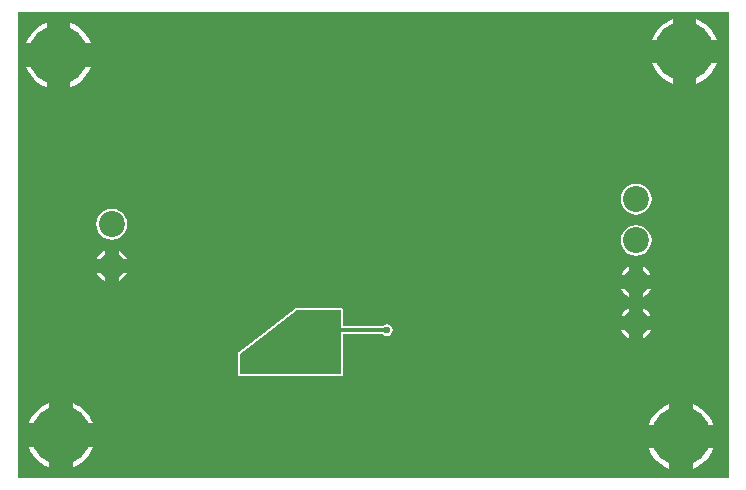
<source format=gbl>
G04*
G04 #@! TF.GenerationSoftware,Altium Limited,Altium Designer,19.1.6 (110)*
G04*
G04 Layer_Physical_Order=2*
G04 Layer_Color=16711680*
%FSLAX43Y43*%
%MOMM*%
G71*
G01*
G75*
%ADD51C,0.300*%
%ADD52C,5.000*%
%ADD53C,2.200*%
%ADD54C,0.600*%
G36*
X110445Y50255D02*
X50255D01*
Y89745D01*
X110445D01*
Y50255D01*
D02*
G37*
%LPC*%
G36*
X107700Y89125D02*
Y87400D01*
X109425D01*
X109292Y87721D01*
X109053Y88110D01*
X108757Y88457D01*
X108410Y88753D01*
X108021Y88992D01*
X107700Y89125D01*
D02*
G37*
G36*
X105700D02*
X105379Y88992D01*
X104990Y88753D01*
X104643Y88457D01*
X104347Y88110D01*
X104108Y87721D01*
X103975Y87400D01*
X105700D01*
Y89125D01*
D02*
G37*
G36*
X54700Y88825D02*
Y87100D01*
X56425D01*
X56292Y87421D01*
X56053Y87810D01*
X55757Y88157D01*
X55410Y88453D01*
X55021Y88692D01*
X54700Y88825D01*
D02*
G37*
G36*
X52700D02*
X52379Y88692D01*
X51990Y88453D01*
X51643Y88157D01*
X51347Y87810D01*
X51108Y87421D01*
X50975Y87100D01*
X52700D01*
Y88825D01*
D02*
G37*
G36*
X109425Y85400D02*
X107700D01*
Y83675D01*
X108021Y83808D01*
X108410Y84047D01*
X108757Y84343D01*
X109053Y84690D01*
X109292Y85079D01*
X109425Y85400D01*
D02*
G37*
G36*
X105700D02*
X103975D01*
X104108Y85079D01*
X104347Y84690D01*
X104643Y84343D01*
X104990Y84047D01*
X105379Y83808D01*
X105700Y83675D01*
Y85400D01*
D02*
G37*
G36*
X56425Y85100D02*
X54700D01*
Y83375D01*
X55021Y83508D01*
X55410Y83747D01*
X55757Y84043D01*
X56053Y84390D01*
X56292Y84779D01*
X56425Y85100D01*
D02*
G37*
G36*
X52700D02*
X50975D01*
X51108Y84779D01*
X51347Y84390D01*
X51643Y84043D01*
X51990Y83747D01*
X52379Y83508D01*
X52700Y83375D01*
Y85100D01*
D02*
G37*
G36*
X102600Y75211D02*
X102261Y75167D01*
X101944Y75036D01*
X101673Y74827D01*
X101464Y74556D01*
X101333Y74239D01*
X101289Y73900D01*
X101333Y73561D01*
X101464Y73244D01*
X101673Y72973D01*
X101944Y72764D01*
X102261Y72633D01*
X102600Y72589D01*
X102939Y72633D01*
X103256Y72764D01*
X103527Y72973D01*
X103736Y73244D01*
X103867Y73561D01*
X103911Y73900D01*
X103867Y74239D01*
X103736Y74556D01*
X103527Y74827D01*
X103256Y75036D01*
X102939Y75167D01*
X102600Y75211D01*
D02*
G37*
G36*
X58202Y73064D02*
X57863Y73019D01*
X57546Y72888D01*
X57275Y72680D01*
X57066Y72408D01*
X56935Y72092D01*
X56891Y71753D01*
X56935Y71413D01*
X57066Y71097D01*
X57275Y70825D01*
X57546Y70617D01*
X57863Y70486D01*
X58202Y70441D01*
X58541Y70486D01*
X58858Y70617D01*
X59129Y70825D01*
X59338Y71097D01*
X59469Y71413D01*
X59513Y71753D01*
X59469Y72092D01*
X59338Y72408D01*
X59129Y72680D01*
X58858Y72888D01*
X58541Y73019D01*
X58202Y73064D01*
D02*
G37*
G36*
X102600Y71706D02*
X102261Y71661D01*
X101944Y71530D01*
X101673Y71322D01*
X101464Y71050D01*
X101333Y70734D01*
X101289Y70395D01*
X101333Y70055D01*
X101464Y69739D01*
X101673Y69468D01*
X101944Y69259D01*
X102261Y69128D01*
X102600Y69084D01*
X102939Y69128D01*
X103256Y69259D01*
X103527Y69468D01*
X103736Y69739D01*
X103867Y70055D01*
X103911Y70395D01*
X103867Y70734D01*
X103736Y71050D01*
X103527Y71322D01*
X103256Y71530D01*
X102939Y71661D01*
X102600Y71706D01*
D02*
G37*
G36*
X58802Y69514D02*
Y68847D01*
X59469D01*
X59425Y68953D01*
X59200Y69246D01*
X58908Y69470D01*
X58802Y69514D01*
D02*
G37*
G36*
X57602Y69514D02*
X57496Y69470D01*
X57204Y69246D01*
X56979Y68953D01*
X56935Y68847D01*
X57602D01*
Y69514D01*
D02*
G37*
G36*
X103200Y68156D02*
Y67490D01*
X103867D01*
X103823Y67596D01*
X103598Y67888D01*
X103306Y68113D01*
X103200Y68156D01*
D02*
G37*
G36*
X102000Y68156D02*
X101894Y68113D01*
X101602Y67888D01*
X101377Y67596D01*
X101333Y67490D01*
X102000D01*
Y68156D01*
D02*
G37*
G36*
X57602Y67647D02*
X56935D01*
X56979Y67541D01*
X57204Y67249D01*
X57496Y67024D01*
X57602Y66981D01*
Y67647D01*
D02*
G37*
G36*
X59469D02*
X58802D01*
Y66981D01*
X58908Y67024D01*
X59200Y67249D01*
X59425Y67541D01*
X59469Y67647D01*
D02*
G37*
G36*
X102000Y66290D02*
X101333D01*
X101377Y66184D01*
X101602Y65891D01*
X101894Y65667D01*
X102000Y65623D01*
Y66290D01*
D02*
G37*
G36*
X103867D02*
X103200D01*
Y65623D01*
X103306Y65667D01*
X103598Y65891D01*
X103823Y66184D01*
X103867Y66290D01*
D02*
G37*
G36*
X103200Y64651D02*
Y63984D01*
X103867D01*
X103823Y64090D01*
X103598Y64383D01*
X103306Y64607D01*
X103200Y64651D01*
D02*
G37*
G36*
X102000D02*
X101894Y64607D01*
X101602Y64383D01*
X101377Y64090D01*
X101333Y63984D01*
X102000D01*
Y64651D01*
D02*
G37*
G36*
X73912Y64704D02*
X73886Y64699D01*
X73859Y64697D01*
X73847Y64691D01*
X73834Y64688D01*
X73812Y64673D01*
X73788Y64661D01*
X71076Y62562D01*
X68976Y60962D01*
X68967Y60952D01*
X68956Y60944D01*
X68941Y60922D01*
X68924Y60903D01*
X68919Y60890D01*
X68912Y60878D01*
X68906Y60852D01*
X68898Y60827D01*
X68899Y60814D01*
X68896Y60800D01*
X68896Y59400D01*
Y59200D01*
Y59100D01*
X68912Y59022D01*
X68956Y58956D01*
X69022Y58912D01*
X69100Y58896D01*
X77600D01*
X77678Y58912D01*
X77744Y58956D01*
X77788Y59022D01*
X77804Y59100D01*
X77804Y62443D01*
X81137D01*
X81140Y62440D01*
X81305Y62329D01*
X81500Y62290D01*
X81695Y62329D01*
X81860Y62440D01*
X81971Y62605D01*
X82010Y62800D01*
X81971Y62995D01*
X81860Y63160D01*
X81695Y63271D01*
X81500Y63310D01*
X81305Y63271D01*
X81140Y63160D01*
X81137Y63157D01*
X77804D01*
X77804Y64500D01*
X77788Y64578D01*
X77744Y64644D01*
X77678Y64688D01*
X77600Y64704D01*
X73912Y64704D01*
D02*
G37*
G36*
X103867Y62784D02*
X103200D01*
Y62118D01*
X103306Y62161D01*
X103598Y62386D01*
X103823Y62678D01*
X103867Y62784D01*
D02*
G37*
G36*
X102000D02*
X101333D01*
X101377Y62678D01*
X101602Y62386D01*
X101894Y62161D01*
X102000Y62118D01*
Y62784D01*
D02*
G37*
G36*
X54900Y56625D02*
Y54900D01*
X56625D01*
X56492Y55221D01*
X56253Y55610D01*
X55957Y55957D01*
X55610Y56253D01*
X55221Y56492D01*
X54900Y56625D01*
D02*
G37*
G36*
X52900D02*
X52579Y56492D01*
X52190Y56253D01*
X51843Y55957D01*
X51547Y55610D01*
X51308Y55221D01*
X51175Y54900D01*
X52900D01*
Y56625D01*
D02*
G37*
G36*
X107400Y56525D02*
Y54800D01*
X109125D01*
X108992Y55121D01*
X108753Y55510D01*
X108457Y55857D01*
X108110Y56153D01*
X107721Y56392D01*
X107400Y56525D01*
D02*
G37*
G36*
X105400D02*
X105079Y56392D01*
X104690Y56153D01*
X104343Y55857D01*
X104047Y55510D01*
X103808Y55121D01*
X103675Y54800D01*
X105400D01*
Y56525D01*
D02*
G37*
G36*
X56625Y52900D02*
X54900D01*
Y51175D01*
X55221Y51308D01*
X55610Y51547D01*
X55957Y51843D01*
X56253Y52190D01*
X56492Y52579D01*
X56625Y52900D01*
D02*
G37*
G36*
X52900D02*
X51175D01*
X51308Y52579D01*
X51547Y52190D01*
X51843Y51843D01*
X52190Y51547D01*
X52579Y51308D01*
X52900Y51175D01*
Y52900D01*
D02*
G37*
G36*
X109125Y52800D02*
X107400D01*
Y51075D01*
X107721Y51208D01*
X108110Y51447D01*
X108457Y51743D01*
X108753Y52090D01*
X108992Y52479D01*
X109125Y52800D01*
D02*
G37*
G36*
X105400D02*
X103675D01*
X103808Y52479D01*
X104047Y52090D01*
X104343Y51743D01*
X104690Y51447D01*
X105079Y51208D01*
X105400Y51075D01*
Y52800D01*
D02*
G37*
%LPD*%
G36*
X77600Y64500D02*
X77600Y59100D01*
X69100D01*
Y59200D01*
Y59400D01*
X69100Y60800D01*
X71200Y62400D01*
X73912Y64500D01*
X77600Y64500D01*
D02*
G37*
D51*
X76100Y63361D02*
Y63400D01*
Y63361D02*
X76161Y63300D01*
X76661Y62800D02*
X81500D01*
D52*
X53700Y86100D02*
D03*
X53900Y53900D02*
D03*
X106400Y53800D02*
D03*
X106700Y86400D02*
D03*
D53*
X102600Y63384D02*
D03*
Y66890D02*
D03*
Y73900D02*
D03*
Y70395D02*
D03*
X58202Y71753D02*
D03*
Y68247D02*
D03*
D54*
X109500Y84000D02*
D03*
X108000Y81000D02*
D03*
X109500Y78000D02*
D03*
X108000Y75000D02*
D03*
X109500Y72000D02*
D03*
X108000Y69000D02*
D03*
X109500Y66000D02*
D03*
X108000Y63000D02*
D03*
X109500Y60000D02*
D03*
X108000Y57000D02*
D03*
X109500Y54000D02*
D03*
X108000Y51000D02*
D03*
X105000Y81000D02*
D03*
X106500Y78000D02*
D03*
X105000Y75000D02*
D03*
X106500Y72000D02*
D03*
X105000Y69000D02*
D03*
X106500Y66000D02*
D03*
X105000Y63000D02*
D03*
X106500Y60000D02*
D03*
X105000Y57000D02*
D03*
X102000Y87000D02*
D03*
X103500Y84000D02*
D03*
Y60000D02*
D03*
X102000Y57000D02*
D03*
Y51000D02*
D03*
X99000Y87000D02*
D03*
X100500Y84000D02*
D03*
X99000Y81000D02*
D03*
Y69000D02*
D03*
X100500Y66000D02*
D03*
X99000Y63000D02*
D03*
X100500Y60000D02*
D03*
X99000Y57000D02*
D03*
X100500Y54000D02*
D03*
X99000Y51000D02*
D03*
X96000Y87000D02*
D03*
X97500Y84000D02*
D03*
X96000Y81000D02*
D03*
Y69000D02*
D03*
X97500Y66000D02*
D03*
X96000Y63000D02*
D03*
X97500Y60000D02*
D03*
X96000Y57000D02*
D03*
X97500Y54000D02*
D03*
X96000Y51000D02*
D03*
X93000Y87000D02*
D03*
X94500Y84000D02*
D03*
X93000Y81000D02*
D03*
X94500Y60000D02*
D03*
X93000Y57000D02*
D03*
X94500Y54000D02*
D03*
X93000Y51000D02*
D03*
X91500Y84000D02*
D03*
X90000Y81000D02*
D03*
X91500Y78000D02*
D03*
X90000Y69000D02*
D03*
X91500Y66000D02*
D03*
X90000Y63000D02*
D03*
X91500Y60000D02*
D03*
X90000Y57000D02*
D03*
X91500Y54000D02*
D03*
X90000Y51000D02*
D03*
X87000Y87000D02*
D03*
X88500Y84000D02*
D03*
X87000Y81000D02*
D03*
Y63000D02*
D03*
X88500Y60000D02*
D03*
X87000Y57000D02*
D03*
X88500Y54000D02*
D03*
X87000Y51000D02*
D03*
X84000Y87000D02*
D03*
X85500Y84000D02*
D03*
X84000Y81000D02*
D03*
X85500Y78000D02*
D03*
X84000Y75000D02*
D03*
X85500Y72000D02*
D03*
X84000Y63000D02*
D03*
X85500Y60000D02*
D03*
X84000Y57000D02*
D03*
X85500Y54000D02*
D03*
X84000Y51000D02*
D03*
X81000Y87000D02*
D03*
X82500Y84000D02*
D03*
X81000Y81000D02*
D03*
X82500Y78000D02*
D03*
X81000Y75000D02*
D03*
X82500Y72000D02*
D03*
Y60000D02*
D03*
Y54000D02*
D03*
X79500Y84000D02*
D03*
Y78000D02*
D03*
X78000Y75000D02*
D03*
X79500Y72000D02*
D03*
Y54000D02*
D03*
X78000Y51000D02*
D03*
X76500Y78000D02*
D03*
X75000Y75000D02*
D03*
X76500Y54000D02*
D03*
X75000Y51000D02*
D03*
X72000Y87000D02*
D03*
X73500Y84000D02*
D03*
X72000Y81000D02*
D03*
X73500Y78000D02*
D03*
X72000Y75000D02*
D03*
X73500Y72000D02*
D03*
X72000Y69000D02*
D03*
X73500Y66000D02*
D03*
Y54000D02*
D03*
X69000Y87000D02*
D03*
X70500Y84000D02*
D03*
X69000Y81000D02*
D03*
X70500Y78000D02*
D03*
X69000Y75000D02*
D03*
X70500Y72000D02*
D03*
X69000Y69000D02*
D03*
X70500Y66000D02*
D03*
X69000Y57000D02*
D03*
X70500Y54000D02*
D03*
X69000Y51000D02*
D03*
X66000Y87000D02*
D03*
X67500Y84000D02*
D03*
X66000Y81000D02*
D03*
X67500Y78000D02*
D03*
X66000Y75000D02*
D03*
X67500Y72000D02*
D03*
X66000Y57000D02*
D03*
X67500Y54000D02*
D03*
X66000Y51000D02*
D03*
X63000Y87000D02*
D03*
X64500Y84000D02*
D03*
X63000Y81000D02*
D03*
X64500Y78000D02*
D03*
X63000Y75000D02*
D03*
X64500Y72000D02*
D03*
X63000Y69000D02*
D03*
X64500Y60000D02*
D03*
X63000Y57000D02*
D03*
X64500Y54000D02*
D03*
X63000Y51000D02*
D03*
X60000Y87000D02*
D03*
X61500Y84000D02*
D03*
X60000Y81000D02*
D03*
X61500Y78000D02*
D03*
X60000Y75000D02*
D03*
X61500Y60000D02*
D03*
X60000Y57000D02*
D03*
X61500Y54000D02*
D03*
X60000Y51000D02*
D03*
X57000Y87000D02*
D03*
X58500Y84000D02*
D03*
X57000Y81000D02*
D03*
X58500Y78000D02*
D03*
X57000Y75000D02*
D03*
X58500Y66000D02*
D03*
X57000Y63000D02*
D03*
X58500Y60000D02*
D03*
X57000Y57000D02*
D03*
X58500Y54000D02*
D03*
X57000Y51000D02*
D03*
X54000Y81000D02*
D03*
X55500Y78000D02*
D03*
X54000Y75000D02*
D03*
X55500Y72000D02*
D03*
X54000Y69000D02*
D03*
X55500Y66000D02*
D03*
X54000Y63000D02*
D03*
X55500Y60000D02*
D03*
X54000Y57000D02*
D03*
X51000Y81000D02*
D03*
X52500Y78000D02*
D03*
X51000Y75000D02*
D03*
X52500Y72000D02*
D03*
X51000Y69000D02*
D03*
X52500Y66000D02*
D03*
X51000Y63000D02*
D03*
X52500Y60000D02*
D03*
X51000Y57000D02*
D03*
Y51000D02*
D03*
X76100Y62200D02*
D03*
X74500D02*
D03*
X76100Y63400D02*
D03*
X74500D02*
D03*
X81500Y62800D02*
D03*
X73400Y59600D02*
D03*
X72300D02*
D03*
X71300D02*
D03*
X76400Y60900D02*
D03*
X75300D02*
D03*
X77000Y59600D02*
D03*
X75900D02*
D03*
M02*

</source>
